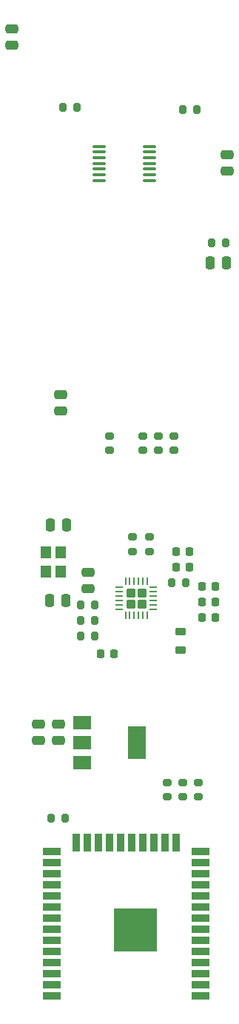
<source format=gbr>
%TF.GenerationSoftware,KiCad,Pcbnew,6.0.5-a6ca702e91~116~ubuntu20.04.1*%
%TF.CreationDate,2022-06-28T21:19:43+02:00*%
%TF.ProjectId,MCH-light,4d43482d-6c69-4676-9874-2e6b69636164,rev?*%
%TF.SameCoordinates,Original*%
%TF.FileFunction,Paste,Top*%
%TF.FilePolarity,Positive*%
%FSLAX46Y46*%
G04 Gerber Fmt 4.6, Leading zero omitted, Abs format (unit mm)*
G04 Created by KiCad (PCBNEW 6.0.5-a6ca702e91~116~ubuntu20.04.1) date 2022-06-28 21:19:43*
%MOMM*%
%LPD*%
G01*
G04 APERTURE LIST*
G04 Aperture macros list*
%AMRoundRect*
0 Rectangle with rounded corners*
0 $1 Rounding radius*
0 $2 $3 $4 $5 $6 $7 $8 $9 X,Y pos of 4 corners*
0 Add a 4 corners polygon primitive as box body*
4,1,4,$2,$3,$4,$5,$6,$7,$8,$9,$2,$3,0*
0 Add four circle primitives for the rounded corners*
1,1,$1+$1,$2,$3*
1,1,$1+$1,$4,$5*
1,1,$1+$1,$6,$7*
1,1,$1+$1,$8,$9*
0 Add four rect primitives between the rounded corners*
20,1,$1+$1,$2,$3,$4,$5,0*
20,1,$1+$1,$4,$5,$6,$7,0*
20,1,$1+$1,$6,$7,$8,$9,0*
20,1,$1+$1,$8,$9,$2,$3,0*%
G04 Aperture macros list end*
%ADD10RoundRect,0.200000X0.275000X-0.200000X0.275000X0.200000X-0.275000X0.200000X-0.275000X-0.200000X0*%
%ADD11RoundRect,0.250000X0.250000X0.475000X-0.250000X0.475000X-0.250000X-0.475000X0.250000X-0.475000X0*%
%ADD12RoundRect,0.225000X-0.225000X-0.250000X0.225000X-0.250000X0.225000X0.250000X-0.225000X0.250000X0*%
%ADD13RoundRect,0.250000X0.475000X-0.250000X0.475000X0.250000X-0.475000X0.250000X-0.475000X-0.250000X0*%
%ADD14RoundRect,0.250000X-0.250000X-0.475000X0.250000X-0.475000X0.250000X0.475000X-0.250000X0.475000X0*%
%ADD15RoundRect,0.200000X-0.200000X-0.275000X0.200000X-0.275000X0.200000X0.275000X-0.200000X0.275000X0*%
%ADD16RoundRect,0.250000X-0.475000X0.250000X-0.475000X-0.250000X0.475000X-0.250000X0.475000X0.250000X0*%
%ADD17RoundRect,0.250000X-0.275000X0.275000X-0.275000X-0.275000X0.275000X-0.275000X0.275000X0.275000X0*%
%ADD18RoundRect,0.062500X-0.062500X0.350000X-0.062500X-0.350000X0.062500X-0.350000X0.062500X0.350000X0*%
%ADD19RoundRect,0.062500X-0.350000X0.062500X-0.350000X-0.062500X0.350000X-0.062500X0.350000X0.062500X0*%
%ADD20R,2.000000X1.500000*%
%ADD21R,2.000000X3.800000*%
%ADD22RoundRect,0.100000X-0.637500X-0.100000X0.637500X-0.100000X0.637500X0.100000X-0.637500X0.100000X0*%
%ADD23RoundRect,0.200000X0.200000X0.275000X-0.200000X0.275000X-0.200000X-0.275000X0.200000X-0.275000X0*%
%ADD24RoundRect,0.218750X0.381250X-0.218750X0.381250X0.218750X-0.381250X0.218750X-0.381250X-0.218750X0*%
%ADD25R,2.000000X0.900000*%
%ADD26R,0.900000X2.000000*%
%ADD27R,5.000000X5.000000*%
%ADD28R,1.200000X1.400000*%
G04 APERTURE END LIST*
D10*
%TO.C,R4*%
X134620000Y-155511000D03*
X134620000Y-153861000D03*
%TD*%
D11*
%TO.C,C6*%
X123024000Y-133096000D03*
X121124000Y-133096000D03*
%TD*%
D12*
%TO.C,C10*%
X135623000Y-129286000D03*
X137173000Y-129286000D03*
%TD*%
%TO.C,C13*%
X138567000Y-135030000D03*
X140117000Y-135030000D03*
%TD*%
D13*
%TO.C,C4*%
X116840000Y-69596000D03*
X116840000Y-67696000D03*
%TD*%
D14*
%TO.C,C7*%
X121224000Y-124460000D03*
X123124000Y-124460000D03*
%TD*%
D15*
%TO.C,R1*%
X121286000Y-157988000D03*
X122936000Y-157988000D03*
%TD*%
D16*
%TO.C,C5*%
X141478000Y-82108000D03*
X141478000Y-84008000D03*
%TD*%
D10*
%TO.C,R3*%
X136398000Y-155511000D03*
X136398000Y-153861000D03*
%TD*%
%TO.C,R6*%
X138176000Y-155511000D03*
X138176000Y-153861000D03*
%TD*%
D13*
%TO.C,C14*%
X122428000Y-111440000D03*
X122428000Y-109540000D03*
%TD*%
D17*
%TO.C,U3*%
X130414000Y-133492000D03*
X131714000Y-132192000D03*
X130414000Y-132192000D03*
X131714000Y-133492000D03*
D18*
X132314000Y-130904500D03*
X131814000Y-130904500D03*
X131314000Y-130904500D03*
X130814000Y-130904500D03*
X130314000Y-130904500D03*
X129814000Y-130904500D03*
D19*
X129126500Y-131592000D03*
X129126500Y-132092000D03*
X129126500Y-132592000D03*
X129126500Y-133092000D03*
X129126500Y-133592000D03*
X129126500Y-134092000D03*
D18*
X129814000Y-134779500D03*
X130314000Y-134779500D03*
X130814000Y-134779500D03*
X131314000Y-134779500D03*
X131814000Y-134779500D03*
X132314000Y-134779500D03*
D19*
X133001500Y-134092000D03*
X133001500Y-133592000D03*
X133001500Y-133092000D03*
X133001500Y-132592000D03*
X133001500Y-132092000D03*
X133001500Y-131592000D03*
%TD*%
D20*
%TO.C,U1*%
X124866000Y-147052000D03*
X124866000Y-149352000D03*
D21*
X131166000Y-149352000D03*
D20*
X124866000Y-151652000D03*
%TD*%
D10*
%TO.C,R15*%
X132604000Y-127471000D03*
X132604000Y-125821000D03*
%TD*%
D13*
%TO.C,C1*%
X119888000Y-149072000D03*
X119888000Y-147172000D03*
%TD*%
D10*
%TO.C,R13*%
X131826000Y-115887000D03*
X131826000Y-114237000D03*
%TD*%
D14*
%TO.C,C2*%
X139512000Y-94488000D03*
X141412000Y-94488000D03*
%TD*%
D15*
%TO.C,R18*%
X122619000Y-76708000D03*
X124269000Y-76708000D03*
%TD*%
D22*
%TO.C,U4*%
X126837500Y-81150000D03*
X126837500Y-81800000D03*
X126837500Y-82450000D03*
X126837500Y-83100000D03*
X126837500Y-83750000D03*
X126837500Y-84400000D03*
X126837500Y-85050000D03*
X132562500Y-85050000D03*
X132562500Y-84400000D03*
X132562500Y-83750000D03*
X132562500Y-83100000D03*
X132562500Y-82450000D03*
X132562500Y-81800000D03*
X132562500Y-81150000D03*
%TD*%
D23*
%TO.C,R7*%
X126301000Y-133604000D03*
X124651000Y-133604000D03*
%TD*%
D12*
%TO.C,C9*%
X135623000Y-127508000D03*
X137173000Y-127508000D03*
%TD*%
%TO.C,C11*%
X138567000Y-133252000D03*
X140117000Y-133252000D03*
%TD*%
D13*
%TO.C,C3*%
X122164000Y-149072000D03*
X122164000Y-147172000D03*
%TD*%
D12*
%TO.C,C8*%
X126987000Y-139192000D03*
X128537000Y-139192000D03*
%TD*%
D15*
%TO.C,R8*%
X124651000Y-137160000D03*
X126301000Y-137160000D03*
%TD*%
D24*
%TO.C,L1*%
X136144000Y-138730500D03*
X136144000Y-136605500D03*
%TD*%
D12*
%TO.C,C12*%
X138567000Y-131474000D03*
X140117000Y-131474000D03*
%TD*%
D25*
%TO.C,U2*%
X138428000Y-178265000D03*
X138428000Y-176995000D03*
X138428000Y-175725000D03*
X138428000Y-174455000D03*
X138428000Y-173185000D03*
X138428000Y-171915000D03*
X138428000Y-170645000D03*
X138428000Y-169375000D03*
X138428000Y-168105000D03*
X138428000Y-166835000D03*
X138428000Y-165565000D03*
X138428000Y-164295000D03*
X138428000Y-163025000D03*
X138428000Y-161755000D03*
D26*
X135643000Y-160755000D03*
X134373000Y-160755000D03*
X133103000Y-160755000D03*
X131833000Y-160755000D03*
X130563000Y-160755000D03*
X129293000Y-160755000D03*
X128023000Y-160755000D03*
X126753000Y-160755000D03*
X125483000Y-160755000D03*
X124213000Y-160755000D03*
D25*
X121428000Y-161755000D03*
X121428000Y-163025000D03*
X121428000Y-164295000D03*
X121428000Y-165565000D03*
X121428000Y-166835000D03*
X121428000Y-168105000D03*
X121428000Y-169375000D03*
X121428000Y-170645000D03*
X121428000Y-171915000D03*
X121428000Y-173185000D03*
X121428000Y-174455000D03*
X121428000Y-175725000D03*
X121428000Y-176995000D03*
X121428000Y-178265000D03*
D27*
X130928000Y-170765000D03*
%TD*%
D10*
%TO.C,R11*%
X135382000Y-115887000D03*
X135382000Y-114237000D03*
%TD*%
%TO.C,R16*%
X130638000Y-127471000D03*
X130638000Y-125821000D03*
%TD*%
D28*
%TO.C,Y1*%
X122424000Y-129778000D03*
X122424000Y-127578000D03*
X120724000Y-127578000D03*
X120724000Y-129778000D03*
%TD*%
D10*
%TO.C,R14*%
X128016000Y-115887000D03*
X128016000Y-114237000D03*
%TD*%
D15*
%TO.C,R9*%
X124651000Y-135382000D03*
X126301000Y-135382000D03*
%TD*%
D16*
%TO.C,R5*%
X125576000Y-129860000D03*
X125576000Y-131760000D03*
%TD*%
D10*
%TO.C,R12*%
X133604000Y-115887000D03*
X133604000Y-114237000D03*
%TD*%
D15*
%TO.C,R2*%
X139637000Y-92202000D03*
X141287000Y-92202000D03*
%TD*%
%TO.C,R17*%
X136335000Y-76962000D03*
X137985000Y-76962000D03*
%TD*%
%TO.C,R10*%
X135065000Y-131064000D03*
X136715000Y-131064000D03*
%TD*%
M02*

</source>
